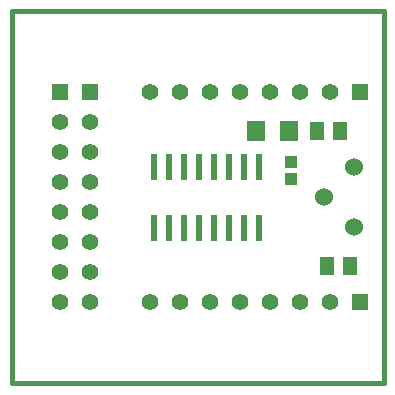
<source format=gts>
G04 (created by PCBNEW-RS274X (2011-07-08)-stable) date Wed 05 Oct 2011 12:27:17 PM CEST*
G01*
G70*
G90*
%MOIN*%
G04 Gerber Fmt 3.4, Leading zero omitted, Abs format*
%FSLAX34Y34*%
G04 APERTURE LIST*
%ADD10C,0.006000*%
%ADD11C,0.015000*%
%ADD12C,0.060000*%
%ADD13R,0.055000X0.055000*%
%ADD14C,0.055000*%
%ADD15R,0.023600X0.086600*%
%ADD16R,0.051100X0.059000*%
%ADD17R,0.062900X0.070800*%
%ADD18R,0.040000X0.040000*%
G04 APERTURE END LIST*
G54D10*
G54D11*
X54100Y-17400D02*
X41700Y-17400D01*
X54100Y-29800D02*
X54100Y-17400D01*
X41700Y-29800D02*
X54100Y-29800D01*
X41700Y-17400D02*
X41700Y-29800D01*
G54D12*
X53100Y-24600D03*
X52100Y-23600D03*
X53100Y-22600D03*
G54D13*
X44300Y-20100D03*
G54D14*
X44300Y-21100D03*
X44300Y-22100D03*
X44300Y-23100D03*
X44300Y-24100D03*
X44300Y-25100D03*
X44300Y-26100D03*
X44300Y-27100D03*
G54D13*
X43300Y-20100D03*
G54D14*
X43300Y-21100D03*
X43300Y-22100D03*
X43300Y-23100D03*
X43300Y-24100D03*
X43300Y-25100D03*
X43300Y-26100D03*
X43300Y-27100D03*
G54D13*
X53300Y-20100D03*
G54D14*
X52300Y-20100D03*
X51300Y-20100D03*
X50300Y-20100D03*
X49300Y-20100D03*
X48300Y-20100D03*
X47300Y-20100D03*
X46300Y-20100D03*
G54D13*
X53300Y-27100D03*
G54D14*
X52300Y-27100D03*
X51300Y-27100D03*
X50300Y-27100D03*
X49300Y-27100D03*
X48300Y-27100D03*
X47300Y-27100D03*
X46300Y-27100D03*
G54D15*
X49950Y-22577D03*
X49450Y-22577D03*
X48950Y-22577D03*
X48450Y-22577D03*
X47950Y-22577D03*
X47450Y-22577D03*
X46950Y-22577D03*
X46450Y-22577D03*
X46450Y-24623D03*
X46950Y-24623D03*
X47450Y-24623D03*
X47950Y-24623D03*
X48450Y-24623D03*
X48950Y-24623D03*
X49450Y-24623D03*
X49950Y-24623D03*
G54D16*
X52974Y-25900D03*
X52226Y-25900D03*
G54D17*
X50952Y-21384D03*
X49850Y-21384D03*
G54D16*
X51888Y-21376D03*
X52636Y-21376D03*
G54D18*
X51000Y-22425D03*
X51000Y-22975D03*
M02*

</source>
